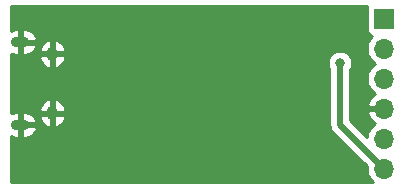
<source format=gbl>
G04 #@! TF.GenerationSoftware,KiCad,Pcbnew,(5.1.10)-1*
G04 #@! TF.CreationDate,2021-08-25T17:02:57-07:00*
G04 #@! TF.ProjectId,USB breakout,55534220-6272-4656-916b-6f75742e6b69,rev?*
G04 #@! TF.SameCoordinates,Original*
G04 #@! TF.FileFunction,Copper,L2,Bot*
G04 #@! TF.FilePolarity,Positive*
%FSLAX46Y46*%
G04 Gerber Fmt 4.6, Leading zero omitted, Abs format (unit mm)*
G04 Created by KiCad (PCBNEW (5.1.10)-1) date 2021-08-25 17:02:57*
%MOMM*%
%LPD*%
G01*
G04 APERTURE LIST*
G04 #@! TA.AperFunction,ComponentPad*
%ADD10R,1.700000X1.700000*%
G04 #@! TD*
G04 #@! TA.AperFunction,ComponentPad*
%ADD11O,1.700000X1.700000*%
G04 #@! TD*
G04 #@! TA.AperFunction,ComponentPad*
%ADD12O,0.950000X1.250000*%
G04 #@! TD*
G04 #@! TA.AperFunction,ComponentPad*
%ADD13O,1.550000X0.890000*%
G04 #@! TD*
G04 #@! TA.AperFunction,ViaPad*
%ADD14C,0.800000*%
G04 #@! TD*
G04 #@! TA.AperFunction,Conductor*
%ADD15C,0.508000*%
G04 #@! TD*
G04 #@! TA.AperFunction,Conductor*
%ADD16C,0.254000*%
G04 #@! TD*
G04 #@! TA.AperFunction,Conductor*
%ADD17C,0.100000*%
G04 #@! TD*
G04 APERTURE END LIST*
D10*
X132250000Y-85500000D03*
D11*
X132250000Y-88040000D03*
X132250000Y-90580000D03*
X132250000Y-93120000D03*
X132250000Y-95660000D03*
X132250000Y-98200000D03*
D12*
X104150000Y-88500000D03*
X104150000Y-93500000D03*
D13*
X101450000Y-87500000D03*
X101450000Y-94500000D03*
D14*
X128500000Y-89250000D03*
X105750000Y-93000000D03*
X102950000Y-86550000D03*
X102850000Y-95350000D03*
X112600000Y-86400000D03*
X115800000Y-86400000D03*
X119000000Y-86400000D03*
X125100000Y-89500000D03*
X123000000Y-98500000D03*
D15*
X128392000Y-89358000D02*
X128500000Y-89250000D01*
X128500000Y-94500000D02*
X128750000Y-94750000D01*
X128500000Y-89250000D02*
X128500000Y-94500000D01*
X132250000Y-98200000D02*
X128750000Y-94750000D01*
D16*
X130774188Y-84525518D02*
X130761928Y-84650000D01*
X130761928Y-86350000D01*
X130774188Y-86474482D01*
X130810498Y-86594180D01*
X130869463Y-86704494D01*
X130948815Y-86801185D01*
X131045506Y-86880537D01*
X131155820Y-86939502D01*
X131228380Y-86961513D01*
X131096525Y-87093368D01*
X130934010Y-87336589D01*
X130822068Y-87606842D01*
X130765000Y-87893740D01*
X130765000Y-88186260D01*
X130822068Y-88473158D01*
X130934010Y-88743411D01*
X131096525Y-88986632D01*
X131303368Y-89193475D01*
X131477760Y-89310000D01*
X131303368Y-89426525D01*
X131096525Y-89633368D01*
X130934010Y-89876589D01*
X130822068Y-90146842D01*
X130765000Y-90433740D01*
X130765000Y-90726260D01*
X130822068Y-91013158D01*
X130934010Y-91283411D01*
X131096525Y-91526632D01*
X131303368Y-91733475D01*
X131485534Y-91855195D01*
X131368645Y-91924822D01*
X131152412Y-92119731D01*
X130978359Y-92353080D01*
X130853175Y-92615901D01*
X130808524Y-92763110D01*
X130929845Y-92993000D01*
X132123000Y-92993000D01*
X132123000Y-92973000D01*
X132377000Y-92973000D01*
X132377000Y-92993000D01*
X132397000Y-92993000D01*
X132397000Y-93247000D01*
X132377000Y-93247000D01*
X132377000Y-93267000D01*
X132123000Y-93267000D01*
X132123000Y-93247000D01*
X130929845Y-93247000D01*
X130808524Y-93476890D01*
X130853175Y-93624099D01*
X130978359Y-93886920D01*
X131152412Y-94120269D01*
X131368645Y-94315178D01*
X131485534Y-94384805D01*
X131303368Y-94506525D01*
X131096525Y-94713368D01*
X130934010Y-94956589D01*
X130822068Y-95226842D01*
X130769293Y-95492159D01*
X129389000Y-94131585D01*
X129389000Y-89782468D01*
X129417205Y-89740256D01*
X129495226Y-89551898D01*
X129535000Y-89351939D01*
X129535000Y-89148061D01*
X129495226Y-88948102D01*
X129417205Y-88759744D01*
X129303937Y-88590226D01*
X129159774Y-88446063D01*
X128990256Y-88332795D01*
X128801898Y-88254774D01*
X128601939Y-88215000D01*
X128398061Y-88215000D01*
X128198102Y-88254774D01*
X128009744Y-88332795D01*
X127840226Y-88446063D01*
X127696063Y-88590226D01*
X127582795Y-88759744D01*
X127504774Y-88948102D01*
X127465000Y-89148061D01*
X127465000Y-89351939D01*
X127504774Y-89551898D01*
X127582795Y-89740256D01*
X127610287Y-89781401D01*
X127611000Y-89782735D01*
X127611001Y-94456330D01*
X127606700Y-94500000D01*
X127623864Y-94674274D01*
X127674698Y-94841852D01*
X127718754Y-94924274D01*
X127757248Y-94996291D01*
X127868342Y-95131659D01*
X127902260Y-95159495D01*
X128092772Y-95350006D01*
X128094823Y-95352469D01*
X128123657Y-95380892D01*
X128152260Y-95409494D01*
X128154735Y-95411525D01*
X130776515Y-97995852D01*
X130765000Y-98053740D01*
X130765000Y-98346260D01*
X130822068Y-98633158D01*
X130934010Y-98903411D01*
X131096525Y-99146632D01*
X131289893Y-99340000D01*
X100660000Y-99340000D01*
X100660000Y-95480021D01*
X100784743Y-95534472D01*
X100993000Y-95580000D01*
X101323000Y-95580000D01*
X101323000Y-94627000D01*
X101577000Y-94627000D01*
X101577000Y-95580000D01*
X101907000Y-95580000D01*
X102115257Y-95534472D01*
X102310631Y-95449190D01*
X102485613Y-95327431D01*
X102633479Y-95173874D01*
X102748546Y-94994420D01*
X102819435Y-94793213D01*
X102692454Y-94627000D01*
X101577000Y-94627000D01*
X101323000Y-94627000D01*
X101303000Y-94627000D01*
X101303000Y-94373000D01*
X101323000Y-94373000D01*
X101323000Y-93420000D01*
X101577000Y-93420000D01*
X101577000Y-94373000D01*
X102692454Y-94373000D01*
X102819435Y-94206787D01*
X102748546Y-94005580D01*
X102633479Y-93826126D01*
X102609411Y-93801131D01*
X103048770Y-93801131D01*
X103099414Y-94013066D01*
X103190431Y-94211049D01*
X103318324Y-94387471D01*
X103478178Y-94535553D01*
X103663850Y-94649603D01*
X103852062Y-94719268D01*
X104023000Y-94592734D01*
X104023000Y-93627000D01*
X104277000Y-93627000D01*
X104277000Y-94592734D01*
X104447938Y-94719268D01*
X104636150Y-94649603D01*
X104821822Y-94535553D01*
X104981676Y-94387471D01*
X105109569Y-94211049D01*
X105200586Y-94013066D01*
X105251230Y-93801131D01*
X105102564Y-93627000D01*
X104277000Y-93627000D01*
X104023000Y-93627000D01*
X103197436Y-93627000D01*
X103048770Y-93801131D01*
X102609411Y-93801131D01*
X102485613Y-93672569D01*
X102310631Y-93550810D01*
X102115257Y-93465528D01*
X101907000Y-93420000D01*
X101577000Y-93420000D01*
X101323000Y-93420000D01*
X100993000Y-93420000D01*
X100784743Y-93465528D01*
X100660000Y-93519979D01*
X100660000Y-93198869D01*
X103048770Y-93198869D01*
X103197436Y-93373000D01*
X104023000Y-93373000D01*
X104023000Y-92407266D01*
X104277000Y-92407266D01*
X104277000Y-93373000D01*
X105102564Y-93373000D01*
X105251230Y-93198869D01*
X105200586Y-92986934D01*
X105109569Y-92788951D01*
X104981676Y-92612529D01*
X104821822Y-92464447D01*
X104636150Y-92350397D01*
X104447938Y-92280732D01*
X104277000Y-92407266D01*
X104023000Y-92407266D01*
X103852062Y-92280732D01*
X103663850Y-92350397D01*
X103478178Y-92464447D01*
X103318324Y-92612529D01*
X103190431Y-92788951D01*
X103099414Y-92986934D01*
X103048770Y-93198869D01*
X100660000Y-93198869D01*
X100660000Y-88801131D01*
X103048770Y-88801131D01*
X103099414Y-89013066D01*
X103190431Y-89211049D01*
X103318324Y-89387471D01*
X103478178Y-89535553D01*
X103663850Y-89649603D01*
X103852062Y-89719268D01*
X104023000Y-89592734D01*
X104023000Y-88627000D01*
X104277000Y-88627000D01*
X104277000Y-89592734D01*
X104447938Y-89719268D01*
X104636150Y-89649603D01*
X104821822Y-89535553D01*
X104981676Y-89387471D01*
X105109569Y-89211049D01*
X105200586Y-89013066D01*
X105251230Y-88801131D01*
X105102564Y-88627000D01*
X104277000Y-88627000D01*
X104023000Y-88627000D01*
X103197436Y-88627000D01*
X103048770Y-88801131D01*
X100660000Y-88801131D01*
X100660000Y-88480021D01*
X100784743Y-88534472D01*
X100993000Y-88580000D01*
X101323000Y-88580000D01*
X101323000Y-87627000D01*
X101577000Y-87627000D01*
X101577000Y-88580000D01*
X101907000Y-88580000D01*
X102115257Y-88534472D01*
X102310631Y-88449190D01*
X102485613Y-88327431D01*
X102609410Y-88198869D01*
X103048770Y-88198869D01*
X103197436Y-88373000D01*
X104023000Y-88373000D01*
X104023000Y-87407266D01*
X104277000Y-87407266D01*
X104277000Y-88373000D01*
X105102564Y-88373000D01*
X105251230Y-88198869D01*
X105200586Y-87986934D01*
X105109569Y-87788951D01*
X104981676Y-87612529D01*
X104821822Y-87464447D01*
X104636150Y-87350397D01*
X104447938Y-87280732D01*
X104277000Y-87407266D01*
X104023000Y-87407266D01*
X103852062Y-87280732D01*
X103663850Y-87350397D01*
X103478178Y-87464447D01*
X103318324Y-87612529D01*
X103190431Y-87788951D01*
X103099414Y-87986934D01*
X103048770Y-88198869D01*
X102609410Y-88198869D01*
X102633479Y-88173874D01*
X102748546Y-87994420D01*
X102819435Y-87793213D01*
X102692454Y-87627000D01*
X101577000Y-87627000D01*
X101323000Y-87627000D01*
X101303000Y-87627000D01*
X101303000Y-87373000D01*
X101323000Y-87373000D01*
X101323000Y-86420000D01*
X101577000Y-86420000D01*
X101577000Y-87373000D01*
X102692454Y-87373000D01*
X102819435Y-87206787D01*
X102748546Y-87005580D01*
X102633479Y-86826126D01*
X102485613Y-86672569D01*
X102310631Y-86550810D01*
X102115257Y-86465528D01*
X101907000Y-86420000D01*
X101577000Y-86420000D01*
X101323000Y-86420000D01*
X100993000Y-86420000D01*
X100784743Y-86465528D01*
X100660000Y-86519979D01*
X100660000Y-84410000D01*
X130809230Y-84410000D01*
X130774188Y-84525518D01*
G04 #@! TA.AperFunction,Conductor*
D17*
G36*
X130774188Y-84525518D02*
G01*
X130761928Y-84650000D01*
X130761928Y-86350000D01*
X130774188Y-86474482D01*
X130810498Y-86594180D01*
X130869463Y-86704494D01*
X130948815Y-86801185D01*
X131045506Y-86880537D01*
X131155820Y-86939502D01*
X131228380Y-86961513D01*
X131096525Y-87093368D01*
X130934010Y-87336589D01*
X130822068Y-87606842D01*
X130765000Y-87893740D01*
X130765000Y-88186260D01*
X130822068Y-88473158D01*
X130934010Y-88743411D01*
X131096525Y-88986632D01*
X131303368Y-89193475D01*
X131477760Y-89310000D01*
X131303368Y-89426525D01*
X131096525Y-89633368D01*
X130934010Y-89876589D01*
X130822068Y-90146842D01*
X130765000Y-90433740D01*
X130765000Y-90726260D01*
X130822068Y-91013158D01*
X130934010Y-91283411D01*
X131096525Y-91526632D01*
X131303368Y-91733475D01*
X131485534Y-91855195D01*
X131368645Y-91924822D01*
X131152412Y-92119731D01*
X130978359Y-92353080D01*
X130853175Y-92615901D01*
X130808524Y-92763110D01*
X130929845Y-92993000D01*
X132123000Y-92993000D01*
X132123000Y-92973000D01*
X132377000Y-92973000D01*
X132377000Y-92993000D01*
X132397000Y-92993000D01*
X132397000Y-93247000D01*
X132377000Y-93247000D01*
X132377000Y-93267000D01*
X132123000Y-93267000D01*
X132123000Y-93247000D01*
X130929845Y-93247000D01*
X130808524Y-93476890D01*
X130853175Y-93624099D01*
X130978359Y-93886920D01*
X131152412Y-94120269D01*
X131368645Y-94315178D01*
X131485534Y-94384805D01*
X131303368Y-94506525D01*
X131096525Y-94713368D01*
X130934010Y-94956589D01*
X130822068Y-95226842D01*
X130769293Y-95492159D01*
X129389000Y-94131585D01*
X129389000Y-89782468D01*
X129417205Y-89740256D01*
X129495226Y-89551898D01*
X129535000Y-89351939D01*
X129535000Y-89148061D01*
X129495226Y-88948102D01*
X129417205Y-88759744D01*
X129303937Y-88590226D01*
X129159774Y-88446063D01*
X128990256Y-88332795D01*
X128801898Y-88254774D01*
X128601939Y-88215000D01*
X128398061Y-88215000D01*
X128198102Y-88254774D01*
X128009744Y-88332795D01*
X127840226Y-88446063D01*
X127696063Y-88590226D01*
X127582795Y-88759744D01*
X127504774Y-88948102D01*
X127465000Y-89148061D01*
X127465000Y-89351939D01*
X127504774Y-89551898D01*
X127582795Y-89740256D01*
X127610287Y-89781401D01*
X127611000Y-89782735D01*
X127611001Y-94456330D01*
X127606700Y-94500000D01*
X127623864Y-94674274D01*
X127674698Y-94841852D01*
X127718754Y-94924274D01*
X127757248Y-94996291D01*
X127868342Y-95131659D01*
X127902260Y-95159495D01*
X128092772Y-95350006D01*
X128094823Y-95352469D01*
X128123657Y-95380892D01*
X128152260Y-95409494D01*
X128154735Y-95411525D01*
X130776515Y-97995852D01*
X130765000Y-98053740D01*
X130765000Y-98346260D01*
X130822068Y-98633158D01*
X130934010Y-98903411D01*
X131096525Y-99146632D01*
X131289893Y-99340000D01*
X100660000Y-99340000D01*
X100660000Y-95480021D01*
X100784743Y-95534472D01*
X100993000Y-95580000D01*
X101323000Y-95580000D01*
X101323000Y-94627000D01*
X101577000Y-94627000D01*
X101577000Y-95580000D01*
X101907000Y-95580000D01*
X102115257Y-95534472D01*
X102310631Y-95449190D01*
X102485613Y-95327431D01*
X102633479Y-95173874D01*
X102748546Y-94994420D01*
X102819435Y-94793213D01*
X102692454Y-94627000D01*
X101577000Y-94627000D01*
X101323000Y-94627000D01*
X101303000Y-94627000D01*
X101303000Y-94373000D01*
X101323000Y-94373000D01*
X101323000Y-93420000D01*
X101577000Y-93420000D01*
X101577000Y-94373000D01*
X102692454Y-94373000D01*
X102819435Y-94206787D01*
X102748546Y-94005580D01*
X102633479Y-93826126D01*
X102609411Y-93801131D01*
X103048770Y-93801131D01*
X103099414Y-94013066D01*
X103190431Y-94211049D01*
X103318324Y-94387471D01*
X103478178Y-94535553D01*
X103663850Y-94649603D01*
X103852062Y-94719268D01*
X104023000Y-94592734D01*
X104023000Y-93627000D01*
X104277000Y-93627000D01*
X104277000Y-94592734D01*
X104447938Y-94719268D01*
X104636150Y-94649603D01*
X104821822Y-94535553D01*
X104981676Y-94387471D01*
X105109569Y-94211049D01*
X105200586Y-94013066D01*
X105251230Y-93801131D01*
X105102564Y-93627000D01*
X104277000Y-93627000D01*
X104023000Y-93627000D01*
X103197436Y-93627000D01*
X103048770Y-93801131D01*
X102609411Y-93801131D01*
X102485613Y-93672569D01*
X102310631Y-93550810D01*
X102115257Y-93465528D01*
X101907000Y-93420000D01*
X101577000Y-93420000D01*
X101323000Y-93420000D01*
X100993000Y-93420000D01*
X100784743Y-93465528D01*
X100660000Y-93519979D01*
X100660000Y-93198869D01*
X103048770Y-93198869D01*
X103197436Y-93373000D01*
X104023000Y-93373000D01*
X104023000Y-92407266D01*
X104277000Y-92407266D01*
X104277000Y-93373000D01*
X105102564Y-93373000D01*
X105251230Y-93198869D01*
X105200586Y-92986934D01*
X105109569Y-92788951D01*
X104981676Y-92612529D01*
X104821822Y-92464447D01*
X104636150Y-92350397D01*
X104447938Y-92280732D01*
X104277000Y-92407266D01*
X104023000Y-92407266D01*
X103852062Y-92280732D01*
X103663850Y-92350397D01*
X103478178Y-92464447D01*
X103318324Y-92612529D01*
X103190431Y-92788951D01*
X103099414Y-92986934D01*
X103048770Y-93198869D01*
X100660000Y-93198869D01*
X100660000Y-88801131D01*
X103048770Y-88801131D01*
X103099414Y-89013066D01*
X103190431Y-89211049D01*
X103318324Y-89387471D01*
X103478178Y-89535553D01*
X103663850Y-89649603D01*
X103852062Y-89719268D01*
X104023000Y-89592734D01*
X104023000Y-88627000D01*
X104277000Y-88627000D01*
X104277000Y-89592734D01*
X104447938Y-89719268D01*
X104636150Y-89649603D01*
X104821822Y-89535553D01*
X104981676Y-89387471D01*
X105109569Y-89211049D01*
X105200586Y-89013066D01*
X105251230Y-88801131D01*
X105102564Y-88627000D01*
X104277000Y-88627000D01*
X104023000Y-88627000D01*
X103197436Y-88627000D01*
X103048770Y-88801131D01*
X100660000Y-88801131D01*
X100660000Y-88480021D01*
X100784743Y-88534472D01*
X100993000Y-88580000D01*
X101323000Y-88580000D01*
X101323000Y-87627000D01*
X101577000Y-87627000D01*
X101577000Y-88580000D01*
X101907000Y-88580000D01*
X102115257Y-88534472D01*
X102310631Y-88449190D01*
X102485613Y-88327431D01*
X102609410Y-88198869D01*
X103048770Y-88198869D01*
X103197436Y-88373000D01*
X104023000Y-88373000D01*
X104023000Y-87407266D01*
X104277000Y-87407266D01*
X104277000Y-88373000D01*
X105102564Y-88373000D01*
X105251230Y-88198869D01*
X105200586Y-87986934D01*
X105109569Y-87788951D01*
X104981676Y-87612529D01*
X104821822Y-87464447D01*
X104636150Y-87350397D01*
X104447938Y-87280732D01*
X104277000Y-87407266D01*
X104023000Y-87407266D01*
X103852062Y-87280732D01*
X103663850Y-87350397D01*
X103478178Y-87464447D01*
X103318324Y-87612529D01*
X103190431Y-87788951D01*
X103099414Y-87986934D01*
X103048770Y-88198869D01*
X102609410Y-88198869D01*
X102633479Y-88173874D01*
X102748546Y-87994420D01*
X102819435Y-87793213D01*
X102692454Y-87627000D01*
X101577000Y-87627000D01*
X101323000Y-87627000D01*
X101303000Y-87627000D01*
X101303000Y-87373000D01*
X101323000Y-87373000D01*
X101323000Y-86420000D01*
X101577000Y-86420000D01*
X101577000Y-87373000D01*
X102692454Y-87373000D01*
X102819435Y-87206787D01*
X102748546Y-87005580D01*
X102633479Y-86826126D01*
X102485613Y-86672569D01*
X102310631Y-86550810D01*
X102115257Y-86465528D01*
X101907000Y-86420000D01*
X101577000Y-86420000D01*
X101323000Y-86420000D01*
X100993000Y-86420000D01*
X100784743Y-86465528D01*
X100660000Y-86519979D01*
X100660000Y-84410000D01*
X130809230Y-84410000D01*
X130774188Y-84525518D01*
G37*
G04 #@! TD.AperFunction*
M02*

</source>
